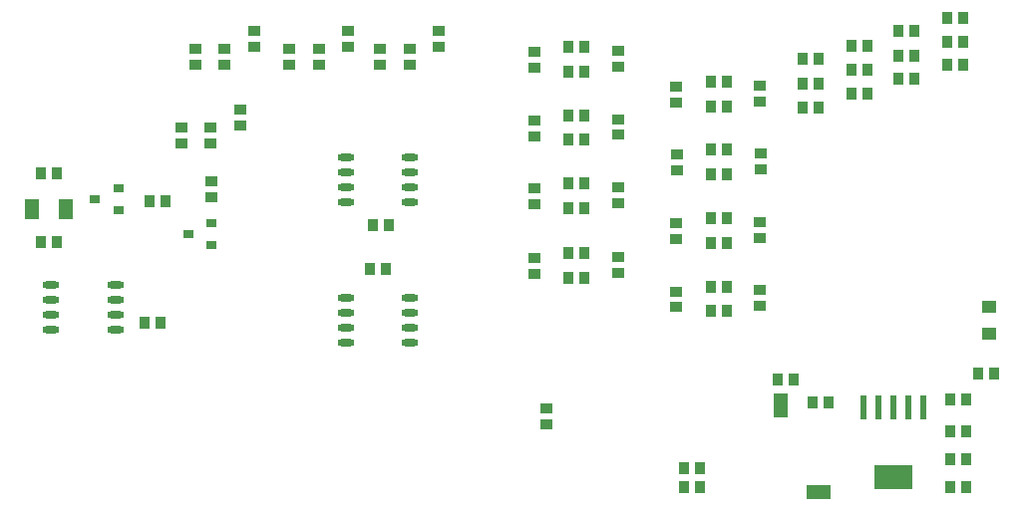
<source format=gbp>
G04*
G04 #@! TF.GenerationSoftware,Altium Limited,Altium Designer,19.0.14 (431)*
G04*
G04 Layer_Color=128*
%FSLAX25Y25*%
%MOIN*%
G70*
G01*
G75*
%ADD17O,0.05709X0.02362*%
%ADD18R,0.03543X0.03937*%
%ADD19R,0.03543X0.03150*%
%ADD20R,0.03937X0.03543*%
%ADD22R,0.05118X0.04331*%
%ADD24R,0.08071X0.04528*%
%ADD25R,0.04528X0.08071*%
%ADD28R,0.02362X0.08268*%
%ADD29R,0.12598X0.08268*%
%ADD62R,0.05118X0.07087*%
D17*
X83563Y77185D02*
D03*
Y72185D02*
D03*
Y67185D02*
D03*
Y62185D02*
D03*
X62106Y77185D02*
D03*
Y72185D02*
D03*
Y67185D02*
D03*
Y62185D02*
D03*
X181988Y119705D02*
D03*
Y114705D02*
D03*
Y109705D02*
D03*
Y104705D02*
D03*
X160531Y119705D02*
D03*
Y114705D02*
D03*
Y109705D02*
D03*
Y104705D02*
D03*
X181988Y72854D02*
D03*
Y67854D02*
D03*
Y62854D02*
D03*
Y57854D02*
D03*
X160531Y72854D02*
D03*
Y67854D02*
D03*
Y62854D02*
D03*
Y57854D02*
D03*
D18*
X64075Y114473D02*
D03*
X58760D02*
D03*
Y91639D02*
D03*
X64075D02*
D03*
X98654Y64567D02*
D03*
X93339D02*
D03*
X94980Y105118D02*
D03*
X100295D02*
D03*
X377461Y47638D02*
D03*
X372146D02*
D03*
X305118Y45669D02*
D03*
X310433D02*
D03*
X173917Y82677D02*
D03*
X168602D02*
D03*
X175000Y97035D02*
D03*
X169685D02*
D03*
X329626Y141339D02*
D03*
X334941D02*
D03*
X329626Y157087D02*
D03*
X334941D02*
D03*
X329626Y149213D02*
D03*
X334941D02*
D03*
X313189Y136614D02*
D03*
X318504D02*
D03*
X318569Y152756D02*
D03*
X313255D02*
D03*
Y144488D02*
D03*
X318569D02*
D03*
X350689Y162205D02*
D03*
X345374D02*
D03*
Y146063D02*
D03*
X350689D02*
D03*
X345374Y153937D02*
D03*
X350689D02*
D03*
X287992Y145276D02*
D03*
X282677D02*
D03*
Y137008D02*
D03*
X287992D02*
D03*
Y76673D02*
D03*
X282677D02*
D03*
Y68405D02*
D03*
X287992D02*
D03*
X288090Y122441D02*
D03*
X282776D02*
D03*
Y114173D02*
D03*
X288090D02*
D03*
X240453Y87697D02*
D03*
X235138D02*
D03*
Y79429D02*
D03*
X240453D02*
D03*
Y156890D02*
D03*
X235138D02*
D03*
Y148622D02*
D03*
X240453D02*
D03*
Y133957D02*
D03*
X235138D02*
D03*
Y125689D02*
D03*
X240453D02*
D03*
X287992Y99606D02*
D03*
X282677D02*
D03*
Y91339D02*
D03*
X287992D02*
D03*
X361614Y166535D02*
D03*
X366929D02*
D03*
X361614Y150787D02*
D03*
X366929D02*
D03*
X361614Y158661D02*
D03*
X366929D02*
D03*
X240453Y111221D02*
D03*
X235138D02*
D03*
Y102953D02*
D03*
X240453D02*
D03*
X362697Y38976D02*
D03*
X368012D02*
D03*
X362697Y9449D02*
D03*
X368012D02*
D03*
X362697Y18898D02*
D03*
X368012D02*
D03*
X362697Y28346D02*
D03*
X368012D02*
D03*
X316634Y37795D02*
D03*
X321949D02*
D03*
X273721Y9449D02*
D03*
X279035D02*
D03*
X273721Y15748D02*
D03*
X279035D02*
D03*
D19*
X115748Y97835D02*
D03*
Y90354D02*
D03*
X107874Y94095D02*
D03*
X84646Y109646D02*
D03*
Y102165D02*
D03*
X76772Y105905D02*
D03*
D20*
X115748Y106524D02*
D03*
Y111839D02*
D03*
X125197Y130413D02*
D03*
Y135728D02*
D03*
X105512Y129823D02*
D03*
Y124508D02*
D03*
X115354D02*
D03*
Y129823D02*
D03*
X129921Y156791D02*
D03*
Y162106D02*
D03*
X110236Y156201D02*
D03*
Y150886D02*
D03*
X120079D02*
D03*
Y156201D02*
D03*
X141732D02*
D03*
Y150886D02*
D03*
X151575D02*
D03*
Y156201D02*
D03*
X161417Y156791D02*
D03*
Y162106D02*
D03*
X191732Y156791D02*
D03*
Y162106D02*
D03*
X172047Y156201D02*
D03*
Y150886D02*
D03*
X181890D02*
D03*
Y156201D02*
D03*
X271161Y138287D02*
D03*
Y143602D02*
D03*
X299114Y138681D02*
D03*
Y143996D02*
D03*
X271161Y69685D02*
D03*
Y75000D02*
D03*
X299114Y70079D02*
D03*
Y75394D02*
D03*
X271260Y115453D02*
D03*
Y120768D02*
D03*
X299213Y115847D02*
D03*
Y121161D02*
D03*
X223622Y80709D02*
D03*
Y86024D02*
D03*
X251575Y81102D02*
D03*
Y86417D02*
D03*
X223622Y149902D02*
D03*
Y155217D02*
D03*
X251575Y150295D02*
D03*
Y155610D02*
D03*
X223622Y126969D02*
D03*
Y132283D02*
D03*
X251575Y127362D02*
D03*
Y132677D02*
D03*
X271161Y92618D02*
D03*
Y97933D02*
D03*
X299114Y93012D02*
D03*
Y98327D02*
D03*
X223622Y104232D02*
D03*
Y109547D02*
D03*
X251575Y104626D02*
D03*
Y109941D02*
D03*
X227559Y35925D02*
D03*
Y30610D02*
D03*
D22*
X375590Y69882D02*
D03*
Y60827D02*
D03*
D24*
X318504Y7854D02*
D03*
D25*
X306102Y37008D02*
D03*
D28*
X333701Y36122D02*
D03*
X338701D02*
D03*
X343701D02*
D03*
X348701D02*
D03*
X353701D02*
D03*
D29*
X343701Y12697D02*
D03*
D62*
X67126Y102662D02*
D03*
X55709D02*
D03*
M02*

</source>
